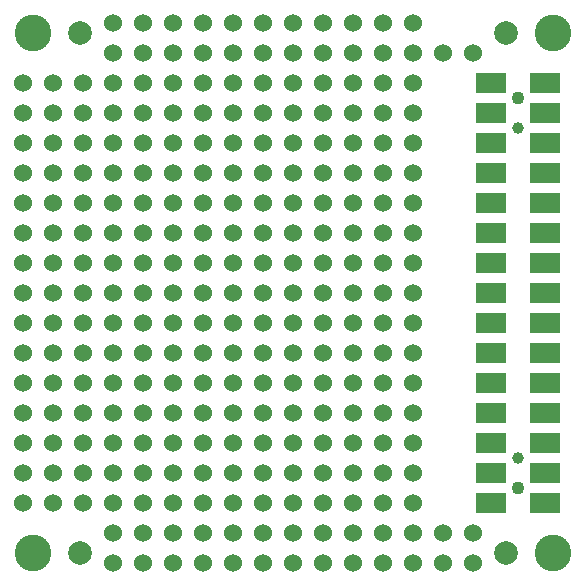
<source format=gbr>
%TF.GenerationSoftware,KiCad,Pcbnew,8.0.9-1.fc41*%
%TF.CreationDate,2025-08-14T11:22:59-07:00*%
%TF.ProjectId,adapter,61646170-7465-4722-9e6b-696361645f70,1.0*%
%TF.SameCoordinates,Original*%
%TF.FileFunction,Soldermask,Bot*%
%TF.FilePolarity,Negative*%
%FSLAX46Y46*%
G04 Gerber Fmt 4.6, Leading zero omitted, Abs format (unit mm)*
G04 Created by KiCad (PCBNEW 8.0.9-1.fc41) date 2025-08-14 11:22:59*
%MOMM*%
%LPD*%
G01*
G04 APERTURE LIST*
%ADD10C,2.000000*%
%ADD11C,1.524000*%
%ADD12C,3.100000*%
%ADD13C,1.100000*%
%ADD14C,1.000000*%
%ADD15R,2.600000X1.700000*%
G04 APERTURE END LIST*
D10*
%TO.C,REF\u002A\u002A*%
X107000000Y-103000000D03*
%TD*%
D11*
%TO.C,REF\u002A\u002A*%
X109760000Y-102140000D03*
X112300000Y-102140000D03*
X114840000Y-102140000D03*
X117380000Y-102140000D03*
X119920000Y-102140000D03*
X122460000Y-102140000D03*
X125000000Y-102140000D03*
X127540000Y-102140000D03*
X130080000Y-102140000D03*
X132620000Y-102140000D03*
X135160000Y-102140000D03*
X109760000Y-104680000D03*
X112300000Y-104680000D03*
X114840000Y-104680000D03*
X117380000Y-104680000D03*
X119920000Y-104680000D03*
X122460000Y-104680000D03*
X125000000Y-104680000D03*
X127540000Y-104680000D03*
X130080000Y-104680000D03*
X132620000Y-104680000D03*
X135160000Y-104680000D03*
X137700000Y-104680000D03*
X140240000Y-104680000D03*
X102140000Y-107220000D03*
X104680000Y-107220000D03*
X107220000Y-107220000D03*
X109760000Y-107220000D03*
X112300000Y-107220000D03*
X114840000Y-107220000D03*
X117380000Y-107220000D03*
X119920000Y-107220000D03*
X122460000Y-107220000D03*
X125000000Y-107220000D03*
X127540000Y-107220000D03*
X130080000Y-107220000D03*
X132620000Y-107220000D03*
X135160000Y-107220000D03*
X102140000Y-109760000D03*
X104680000Y-109760000D03*
X107220000Y-109760000D03*
X109760000Y-109760000D03*
X112300000Y-109760000D03*
X114840000Y-109760000D03*
X117380000Y-109760000D03*
X119920000Y-109760000D03*
X122460000Y-109760000D03*
X125000000Y-109760000D03*
X127540000Y-109760000D03*
X130080000Y-109760000D03*
X132620000Y-109760000D03*
X135160000Y-109760000D03*
X102140000Y-112300000D03*
X104680000Y-112300000D03*
X107220000Y-112300000D03*
X109760000Y-112300000D03*
X112300000Y-112300000D03*
X114840000Y-112300000D03*
X117380000Y-112300000D03*
X119920000Y-112300000D03*
X122460000Y-112300000D03*
X125000000Y-112300000D03*
X127540000Y-112300000D03*
X130080000Y-112300000D03*
X132620000Y-112300000D03*
X135160000Y-112300000D03*
X102140000Y-114840000D03*
X104680000Y-114840000D03*
X107220000Y-114840000D03*
X109760000Y-114840000D03*
X112300000Y-114840000D03*
X114840000Y-114840000D03*
X117380000Y-114840000D03*
X119920000Y-114840000D03*
X122460000Y-114840000D03*
X125000000Y-114840000D03*
X127540000Y-114840000D03*
X130080000Y-114840000D03*
X132620000Y-114840000D03*
X135160000Y-114840000D03*
X102140000Y-117380000D03*
X104680000Y-117380000D03*
X107220000Y-117380000D03*
X109760000Y-117380000D03*
X112300000Y-117380000D03*
X114840000Y-117380000D03*
X117380000Y-117380000D03*
X119920000Y-117380000D03*
X122460000Y-117380000D03*
X125000000Y-117380000D03*
X127540000Y-117380000D03*
X130080000Y-117380000D03*
X132620000Y-117380000D03*
X135160000Y-117380000D03*
X102140000Y-119920000D03*
X104680000Y-119920000D03*
X107220000Y-119920000D03*
X109760000Y-119920000D03*
X112300000Y-119920000D03*
X114840000Y-119920000D03*
X117380000Y-119920000D03*
X119920000Y-119920000D03*
X122460000Y-119920000D03*
X125000000Y-119920000D03*
X127540000Y-119920000D03*
X130080000Y-119920000D03*
X132620000Y-119920000D03*
X135160000Y-119920000D03*
X102140000Y-122460000D03*
X104680000Y-122460000D03*
X107220000Y-122460000D03*
X109760000Y-122460000D03*
X112300000Y-122460000D03*
X114840000Y-122460000D03*
X117380000Y-122460000D03*
X119920000Y-122460000D03*
X122460000Y-122460000D03*
X125000000Y-122460000D03*
X127540000Y-122460000D03*
X130080000Y-122460000D03*
X132620000Y-122460000D03*
X135160000Y-122460000D03*
X102140000Y-125000000D03*
X104680000Y-125000000D03*
X107220000Y-125000000D03*
X109760000Y-125000000D03*
X112300000Y-125000000D03*
X114840000Y-125000000D03*
X117380000Y-125000000D03*
X119920000Y-125000000D03*
X122460000Y-125000000D03*
X125000000Y-125000000D03*
X127540000Y-125000000D03*
X130080000Y-125000000D03*
X132620000Y-125000000D03*
X135160000Y-125000000D03*
X102140000Y-127540000D03*
X104680000Y-127540000D03*
X107220000Y-127540000D03*
X109760000Y-127540000D03*
X112300000Y-127540000D03*
X114840000Y-127540000D03*
X117380000Y-127540000D03*
X119920000Y-127540000D03*
X122460000Y-127540000D03*
X125000000Y-127540000D03*
X127540000Y-127540000D03*
X130080000Y-127540000D03*
X132620000Y-127540000D03*
X135160000Y-127540000D03*
X102140000Y-130080000D03*
X104680000Y-130080000D03*
X107220000Y-130080000D03*
X109760000Y-130080000D03*
X112300000Y-130080000D03*
X114840000Y-130080000D03*
X117380000Y-130080000D03*
X119920000Y-130080000D03*
X122460000Y-130080000D03*
X125000000Y-130080000D03*
X127540000Y-130080000D03*
X130080000Y-130080000D03*
X132620000Y-130080000D03*
X135160000Y-130080000D03*
X102140000Y-132620000D03*
X104680000Y-132620000D03*
X107220000Y-132620000D03*
X109760000Y-132620000D03*
X112300000Y-132620000D03*
X114840000Y-132620000D03*
X117380000Y-132620000D03*
X119920000Y-132620000D03*
X122460000Y-132620000D03*
X125000000Y-132620000D03*
X127540000Y-132620000D03*
X130080000Y-132620000D03*
X132620000Y-132620000D03*
X135160000Y-132620000D03*
X102140000Y-135160000D03*
X104680000Y-135160000D03*
X107220000Y-135160000D03*
X109760000Y-135160000D03*
X112300000Y-135160000D03*
X114840000Y-135160000D03*
X117380000Y-135160000D03*
X119920000Y-135160000D03*
X122460000Y-135160000D03*
X125000000Y-135160000D03*
X127540000Y-135160000D03*
X130080000Y-135160000D03*
X132620000Y-135160000D03*
X135160000Y-135160000D03*
X102140000Y-137700000D03*
X104680000Y-137700000D03*
X107220000Y-137700000D03*
X109760000Y-137700000D03*
X112300000Y-137700000D03*
X114840000Y-137700000D03*
X117380000Y-137700000D03*
X119920000Y-137700000D03*
X122460000Y-137700000D03*
X125000000Y-137700000D03*
X127540000Y-137700000D03*
X130080000Y-137700000D03*
X132620000Y-137700000D03*
X135160000Y-137700000D03*
X102140000Y-140240000D03*
X104680000Y-140240000D03*
X107220000Y-140240000D03*
X109760000Y-140240000D03*
X112300000Y-140240000D03*
X114840000Y-140240000D03*
X117380000Y-140240000D03*
X119920000Y-140240000D03*
X122460000Y-140240000D03*
X125000000Y-140240000D03*
X127540000Y-140240000D03*
X130080000Y-140240000D03*
X132620000Y-140240000D03*
X135160000Y-140240000D03*
X102140000Y-142780000D03*
X104680000Y-142780000D03*
X107220000Y-142780000D03*
X109760000Y-142780000D03*
X112300000Y-142780000D03*
X114840000Y-142780000D03*
X117380000Y-142780000D03*
X119920000Y-142780000D03*
X122460000Y-142780000D03*
X125000000Y-142780000D03*
X127540000Y-142780000D03*
X130080000Y-142780000D03*
X132620000Y-142780000D03*
X135160000Y-142780000D03*
X109760000Y-145320000D03*
X112300000Y-145320000D03*
X114840000Y-145320000D03*
X117380000Y-145320000D03*
X119920000Y-145320000D03*
X122460000Y-145320000D03*
X125000000Y-145320000D03*
X127540000Y-145320000D03*
X130080000Y-145320000D03*
X132620000Y-145320000D03*
X135160000Y-145320000D03*
X137700000Y-145320000D03*
X140240000Y-145320000D03*
X109760000Y-147860000D03*
X112300000Y-147860000D03*
X114840000Y-147860000D03*
X117380000Y-147860000D03*
X119920000Y-147860000D03*
X122460000Y-147860000D03*
X125000000Y-147860000D03*
X127540000Y-147860000D03*
X130080000Y-147860000D03*
X132620000Y-147860000D03*
X135160000Y-147860000D03*
X137700000Y-147860000D03*
X140240000Y-147860000D03*
%TD*%
D10*
%TO.C,REF\u002A\u002A*%
X107000000Y-147000000D03*
%TD*%
D12*
%TO.C,REF\u002A\u002A*%
X103000000Y-147000000D03*
%TD*%
D10*
%TO.C,REF\u002A\u002A*%
X143000000Y-103000000D03*
%TD*%
%TO.C,REF\u002A\u002A*%
X143000000Y-147000000D03*
%TD*%
D13*
%TO.C,J1*%
X144050000Y-108490000D03*
D14*
X144050000Y-111030000D03*
X144050000Y-138970000D03*
D13*
X144050000Y-141510000D03*
%TD*%
D12*
%TO.C,REF\u002A\u002A*%
X147000000Y-147000000D03*
%TD*%
%TO.C,REF\u002A\u002A*%
X103000000Y-103000000D03*
%TD*%
%TO.C,REF\u002A\u002A*%
X147000000Y-103000000D03*
%TD*%
D13*
%TO.C,J2*%
X144050000Y-108490000D03*
D14*
X144050000Y-111030000D03*
X144050000Y-138970000D03*
D13*
X144050000Y-141510000D03*
D15*
X146350000Y-107220000D03*
X146350000Y-109760000D03*
X146350000Y-112300000D03*
X146350000Y-114840000D03*
X146350000Y-117380000D03*
X146350000Y-119920000D03*
X146350000Y-122460000D03*
X146350000Y-125000000D03*
X146350000Y-127540000D03*
X146350000Y-130080000D03*
X146350000Y-132620000D03*
X146350000Y-135160000D03*
X146350000Y-137700000D03*
X146350000Y-140240000D03*
X146350000Y-142780000D03*
X141750000Y-107220000D03*
X141750000Y-109760000D03*
X141750000Y-112300000D03*
X141750000Y-114840000D03*
X141750000Y-117380000D03*
X141750000Y-119920000D03*
X141750000Y-122460000D03*
X141750000Y-125000000D03*
X141750000Y-127540000D03*
X141750000Y-130080000D03*
X141750000Y-132620000D03*
X141750000Y-135160000D03*
X141750000Y-137700000D03*
X141750000Y-140240000D03*
X141750000Y-142780000D03*
%TD*%
M02*

</source>
